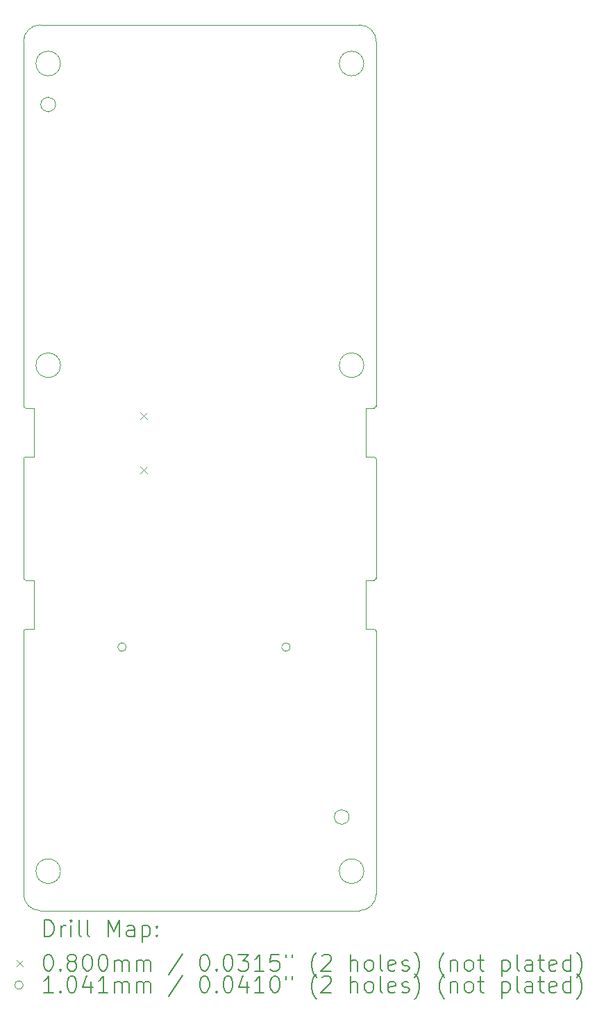
<source format=gbr>
%TF.GenerationSoftware,KiCad,Pcbnew,7.0.10*%
%TF.CreationDate,2024-02-24T15:32:43-05:00*%
%TF.ProjectId,Bird3Controller,42697264-3343-46f6-9e74-726f6c6c6572,rev?*%
%TF.SameCoordinates,Original*%
%TF.FileFunction,Drillmap*%
%TF.FilePolarity,Positive*%
%FSLAX45Y45*%
G04 Gerber Fmt 4.5, Leading zero omitted, Abs format (unit mm)*
G04 Created by KiCad (PCBNEW 7.0.10) date 2024-02-24 15:32:43*
%MOMM*%
%LPD*%
G01*
G04 APERTURE LIST*
%ADD10C,0.100000*%
%ADD11C,0.200000*%
%ADD12C,0.104140*%
G04 APERTURE END LIST*
D10*
X16050000Y-14800000D02*
X16050000Y-11595000D01*
X20350000Y-11595000D02*
G75*
G03*
X20325000Y-11570000I-25000J0D01*
G01*
X20325000Y-8870000D02*
X20220000Y-8870000D01*
X20220000Y-9470000D02*
X20325000Y-9470000D01*
X20350000Y-9495000D02*
G75*
G03*
X20325000Y-9470000I-25000J0D01*
G01*
X16500000Y-8350000D02*
G75*
G03*
X16200000Y-8350000I-150000J0D01*
G01*
X16200000Y-8350000D02*
G75*
G03*
X16500000Y-8350000I150000J0D01*
G01*
X20150000Y-4200000D02*
X16250000Y-4200000D01*
X20020000Y-13860000D02*
G75*
G03*
X19840000Y-13860000I-90000J0D01*
G01*
X19840000Y-13860000D02*
G75*
G03*
X20020000Y-13860000I90000J0D01*
G01*
X16250000Y-4200000D02*
G75*
G03*
X16050000Y-4400000I0J-200000D01*
G01*
X20220000Y-10970000D02*
X20220000Y-11570000D01*
X16050000Y-10945000D02*
X16050000Y-9495000D01*
X20350000Y-9495000D02*
X20350000Y-10945000D01*
X20325000Y-10970000D02*
G75*
G03*
X20350000Y-10945000I0J25000D01*
G01*
X16180000Y-9470000D02*
X16180000Y-8870000D01*
X20325000Y-10970000D02*
X20220000Y-10970000D01*
X16050000Y-8845000D02*
X16050000Y-4400000D01*
X20220000Y-8870000D02*
X20220000Y-9470000D01*
X20350000Y-4400000D02*
G75*
G03*
X20150000Y-4200000I-200000J0D01*
G01*
X16050000Y-8845000D02*
G75*
G03*
X16075000Y-8870000I25000J0D01*
G01*
X16180000Y-10970000D02*
X16075000Y-10970000D01*
X16075000Y-11570000D02*
G75*
G03*
X16050000Y-11595000I0J-25000D01*
G01*
X20325000Y-8870000D02*
G75*
G03*
X20350000Y-8845000I0J25000D01*
G01*
X20350000Y-4400000D02*
X20350000Y-8845000D01*
X20150000Y-15000000D02*
G75*
G03*
X20350000Y-14800000I0J200000D01*
G01*
X16500000Y-14520000D02*
G75*
G03*
X16200000Y-14520000I-150000J0D01*
G01*
X16200000Y-14520000D02*
G75*
G03*
X16500000Y-14520000I150000J0D01*
G01*
X16075000Y-9470000D02*
G75*
G03*
X16050000Y-9495000I0J-25000D01*
G01*
X20150000Y-15000000D02*
X16250000Y-15000000D01*
X16440000Y-5170000D02*
G75*
G03*
X16260000Y-5170000I-90000J0D01*
G01*
X16260000Y-5170000D02*
G75*
G03*
X16440000Y-5170000I90000J0D01*
G01*
X20350000Y-11595000D02*
X20350000Y-14800000D01*
X20220000Y-11570000D02*
X20325000Y-11570000D01*
X16050000Y-14800000D02*
G75*
G03*
X16250000Y-15000000I200000J0D01*
G01*
X16075000Y-9470000D02*
X16180000Y-9470000D01*
X20200000Y-4670000D02*
G75*
G03*
X19900000Y-4670000I-150000J0D01*
G01*
X19900000Y-4670000D02*
G75*
G03*
X20200000Y-4670000I150000J0D01*
G01*
X16075000Y-11570000D02*
X16180000Y-11570000D01*
X16050000Y-10945000D02*
G75*
G03*
X16075000Y-10970000I25000J0D01*
G01*
X20200000Y-14520000D02*
G75*
G03*
X19900000Y-14520000I-150000J0D01*
G01*
X19900000Y-14520000D02*
G75*
G03*
X20200000Y-14520000I150000J0D01*
G01*
X16180000Y-8870000D02*
X16075000Y-8870000D01*
X20200000Y-8350000D02*
G75*
G03*
X19900000Y-8350000I-150000J0D01*
G01*
X19900000Y-8350000D02*
G75*
G03*
X20200000Y-8350000I150000J0D01*
G01*
X16500000Y-4670000D02*
G75*
G03*
X16200000Y-4670000I-150000J0D01*
G01*
X16200000Y-4670000D02*
G75*
G03*
X16500000Y-4670000I150000J0D01*
G01*
X16180000Y-11570000D02*
X16180000Y-10970000D01*
D11*
D10*
X17476500Y-8929000D02*
X17556500Y-9009000D01*
X17556500Y-8929000D02*
X17476500Y-9009000D01*
X17476500Y-9589000D02*
X17556500Y-9669000D01*
X17556500Y-9589000D02*
X17476500Y-9669000D01*
D12*
X17302070Y-11787000D02*
G75*
G03*
X17197930Y-11787000I-52070J0D01*
G01*
X17197930Y-11787000D02*
G75*
G03*
X17302070Y-11787000I52070J0D01*
G01*
X19302070Y-11787000D02*
G75*
G03*
X19197930Y-11787000I-52070J0D01*
G01*
X19197930Y-11787000D02*
G75*
G03*
X19302070Y-11787000I52070J0D01*
G01*
D11*
X16305777Y-15316484D02*
X16305777Y-15116484D01*
X16305777Y-15116484D02*
X16353396Y-15116484D01*
X16353396Y-15116484D02*
X16381967Y-15126008D01*
X16381967Y-15126008D02*
X16401015Y-15145055D01*
X16401015Y-15145055D02*
X16410539Y-15164103D01*
X16410539Y-15164103D02*
X16420062Y-15202198D01*
X16420062Y-15202198D02*
X16420062Y-15230769D01*
X16420062Y-15230769D02*
X16410539Y-15268865D01*
X16410539Y-15268865D02*
X16401015Y-15287912D01*
X16401015Y-15287912D02*
X16381967Y-15306960D01*
X16381967Y-15306960D02*
X16353396Y-15316484D01*
X16353396Y-15316484D02*
X16305777Y-15316484D01*
X16505777Y-15316484D02*
X16505777Y-15183150D01*
X16505777Y-15221246D02*
X16515301Y-15202198D01*
X16515301Y-15202198D02*
X16524824Y-15192674D01*
X16524824Y-15192674D02*
X16543872Y-15183150D01*
X16543872Y-15183150D02*
X16562920Y-15183150D01*
X16629586Y-15316484D02*
X16629586Y-15183150D01*
X16629586Y-15116484D02*
X16620062Y-15126008D01*
X16620062Y-15126008D02*
X16629586Y-15135531D01*
X16629586Y-15135531D02*
X16639110Y-15126008D01*
X16639110Y-15126008D02*
X16629586Y-15116484D01*
X16629586Y-15116484D02*
X16629586Y-15135531D01*
X16753396Y-15316484D02*
X16734348Y-15306960D01*
X16734348Y-15306960D02*
X16724824Y-15287912D01*
X16724824Y-15287912D02*
X16724824Y-15116484D01*
X16858158Y-15316484D02*
X16839110Y-15306960D01*
X16839110Y-15306960D02*
X16829586Y-15287912D01*
X16829586Y-15287912D02*
X16829586Y-15116484D01*
X17086729Y-15316484D02*
X17086729Y-15116484D01*
X17086729Y-15116484D02*
X17153396Y-15259341D01*
X17153396Y-15259341D02*
X17220063Y-15116484D01*
X17220063Y-15116484D02*
X17220063Y-15316484D01*
X17401015Y-15316484D02*
X17401015Y-15211722D01*
X17401015Y-15211722D02*
X17391491Y-15192674D01*
X17391491Y-15192674D02*
X17372444Y-15183150D01*
X17372444Y-15183150D02*
X17334348Y-15183150D01*
X17334348Y-15183150D02*
X17315301Y-15192674D01*
X17401015Y-15306960D02*
X17381967Y-15316484D01*
X17381967Y-15316484D02*
X17334348Y-15316484D01*
X17334348Y-15316484D02*
X17315301Y-15306960D01*
X17315301Y-15306960D02*
X17305777Y-15287912D01*
X17305777Y-15287912D02*
X17305777Y-15268865D01*
X17305777Y-15268865D02*
X17315301Y-15249817D01*
X17315301Y-15249817D02*
X17334348Y-15240293D01*
X17334348Y-15240293D02*
X17381967Y-15240293D01*
X17381967Y-15240293D02*
X17401015Y-15230769D01*
X17496253Y-15183150D02*
X17496253Y-15383150D01*
X17496253Y-15192674D02*
X17515301Y-15183150D01*
X17515301Y-15183150D02*
X17553396Y-15183150D01*
X17553396Y-15183150D02*
X17572444Y-15192674D01*
X17572444Y-15192674D02*
X17581967Y-15202198D01*
X17581967Y-15202198D02*
X17591491Y-15221246D01*
X17591491Y-15221246D02*
X17591491Y-15278388D01*
X17591491Y-15278388D02*
X17581967Y-15297436D01*
X17581967Y-15297436D02*
X17572444Y-15306960D01*
X17572444Y-15306960D02*
X17553396Y-15316484D01*
X17553396Y-15316484D02*
X17515301Y-15316484D01*
X17515301Y-15316484D02*
X17496253Y-15306960D01*
X17677205Y-15297436D02*
X17686729Y-15306960D01*
X17686729Y-15306960D02*
X17677205Y-15316484D01*
X17677205Y-15316484D02*
X17667682Y-15306960D01*
X17667682Y-15306960D02*
X17677205Y-15297436D01*
X17677205Y-15297436D02*
X17677205Y-15316484D01*
X17677205Y-15192674D02*
X17686729Y-15202198D01*
X17686729Y-15202198D02*
X17677205Y-15211722D01*
X17677205Y-15211722D02*
X17667682Y-15202198D01*
X17667682Y-15202198D02*
X17677205Y-15192674D01*
X17677205Y-15192674D02*
X17677205Y-15211722D01*
D10*
X15965000Y-15605000D02*
X16045000Y-15685000D01*
X16045000Y-15605000D02*
X15965000Y-15685000D01*
D11*
X16343872Y-15536484D02*
X16362920Y-15536484D01*
X16362920Y-15536484D02*
X16381967Y-15546008D01*
X16381967Y-15546008D02*
X16391491Y-15555531D01*
X16391491Y-15555531D02*
X16401015Y-15574579D01*
X16401015Y-15574579D02*
X16410539Y-15612674D01*
X16410539Y-15612674D02*
X16410539Y-15660293D01*
X16410539Y-15660293D02*
X16401015Y-15698388D01*
X16401015Y-15698388D02*
X16391491Y-15717436D01*
X16391491Y-15717436D02*
X16381967Y-15726960D01*
X16381967Y-15726960D02*
X16362920Y-15736484D01*
X16362920Y-15736484D02*
X16343872Y-15736484D01*
X16343872Y-15736484D02*
X16324824Y-15726960D01*
X16324824Y-15726960D02*
X16315301Y-15717436D01*
X16315301Y-15717436D02*
X16305777Y-15698388D01*
X16305777Y-15698388D02*
X16296253Y-15660293D01*
X16296253Y-15660293D02*
X16296253Y-15612674D01*
X16296253Y-15612674D02*
X16305777Y-15574579D01*
X16305777Y-15574579D02*
X16315301Y-15555531D01*
X16315301Y-15555531D02*
X16324824Y-15546008D01*
X16324824Y-15546008D02*
X16343872Y-15536484D01*
X16496253Y-15717436D02*
X16505777Y-15726960D01*
X16505777Y-15726960D02*
X16496253Y-15736484D01*
X16496253Y-15736484D02*
X16486729Y-15726960D01*
X16486729Y-15726960D02*
X16496253Y-15717436D01*
X16496253Y-15717436D02*
X16496253Y-15736484D01*
X16620062Y-15622198D02*
X16601015Y-15612674D01*
X16601015Y-15612674D02*
X16591491Y-15603150D01*
X16591491Y-15603150D02*
X16581967Y-15584103D01*
X16581967Y-15584103D02*
X16581967Y-15574579D01*
X16581967Y-15574579D02*
X16591491Y-15555531D01*
X16591491Y-15555531D02*
X16601015Y-15546008D01*
X16601015Y-15546008D02*
X16620062Y-15536484D01*
X16620062Y-15536484D02*
X16658158Y-15536484D01*
X16658158Y-15536484D02*
X16677205Y-15546008D01*
X16677205Y-15546008D02*
X16686729Y-15555531D01*
X16686729Y-15555531D02*
X16696253Y-15574579D01*
X16696253Y-15574579D02*
X16696253Y-15584103D01*
X16696253Y-15584103D02*
X16686729Y-15603150D01*
X16686729Y-15603150D02*
X16677205Y-15612674D01*
X16677205Y-15612674D02*
X16658158Y-15622198D01*
X16658158Y-15622198D02*
X16620062Y-15622198D01*
X16620062Y-15622198D02*
X16601015Y-15631722D01*
X16601015Y-15631722D02*
X16591491Y-15641246D01*
X16591491Y-15641246D02*
X16581967Y-15660293D01*
X16581967Y-15660293D02*
X16581967Y-15698388D01*
X16581967Y-15698388D02*
X16591491Y-15717436D01*
X16591491Y-15717436D02*
X16601015Y-15726960D01*
X16601015Y-15726960D02*
X16620062Y-15736484D01*
X16620062Y-15736484D02*
X16658158Y-15736484D01*
X16658158Y-15736484D02*
X16677205Y-15726960D01*
X16677205Y-15726960D02*
X16686729Y-15717436D01*
X16686729Y-15717436D02*
X16696253Y-15698388D01*
X16696253Y-15698388D02*
X16696253Y-15660293D01*
X16696253Y-15660293D02*
X16686729Y-15641246D01*
X16686729Y-15641246D02*
X16677205Y-15631722D01*
X16677205Y-15631722D02*
X16658158Y-15622198D01*
X16820063Y-15536484D02*
X16839110Y-15536484D01*
X16839110Y-15536484D02*
X16858158Y-15546008D01*
X16858158Y-15546008D02*
X16867682Y-15555531D01*
X16867682Y-15555531D02*
X16877205Y-15574579D01*
X16877205Y-15574579D02*
X16886729Y-15612674D01*
X16886729Y-15612674D02*
X16886729Y-15660293D01*
X16886729Y-15660293D02*
X16877205Y-15698388D01*
X16877205Y-15698388D02*
X16867682Y-15717436D01*
X16867682Y-15717436D02*
X16858158Y-15726960D01*
X16858158Y-15726960D02*
X16839110Y-15736484D01*
X16839110Y-15736484D02*
X16820063Y-15736484D01*
X16820063Y-15736484D02*
X16801015Y-15726960D01*
X16801015Y-15726960D02*
X16791491Y-15717436D01*
X16791491Y-15717436D02*
X16781967Y-15698388D01*
X16781967Y-15698388D02*
X16772443Y-15660293D01*
X16772443Y-15660293D02*
X16772443Y-15612674D01*
X16772443Y-15612674D02*
X16781967Y-15574579D01*
X16781967Y-15574579D02*
X16791491Y-15555531D01*
X16791491Y-15555531D02*
X16801015Y-15546008D01*
X16801015Y-15546008D02*
X16820063Y-15536484D01*
X17010539Y-15536484D02*
X17029586Y-15536484D01*
X17029586Y-15536484D02*
X17048634Y-15546008D01*
X17048634Y-15546008D02*
X17058158Y-15555531D01*
X17058158Y-15555531D02*
X17067682Y-15574579D01*
X17067682Y-15574579D02*
X17077205Y-15612674D01*
X17077205Y-15612674D02*
X17077205Y-15660293D01*
X17077205Y-15660293D02*
X17067682Y-15698388D01*
X17067682Y-15698388D02*
X17058158Y-15717436D01*
X17058158Y-15717436D02*
X17048634Y-15726960D01*
X17048634Y-15726960D02*
X17029586Y-15736484D01*
X17029586Y-15736484D02*
X17010539Y-15736484D01*
X17010539Y-15736484D02*
X16991491Y-15726960D01*
X16991491Y-15726960D02*
X16981967Y-15717436D01*
X16981967Y-15717436D02*
X16972444Y-15698388D01*
X16972444Y-15698388D02*
X16962920Y-15660293D01*
X16962920Y-15660293D02*
X16962920Y-15612674D01*
X16962920Y-15612674D02*
X16972444Y-15574579D01*
X16972444Y-15574579D02*
X16981967Y-15555531D01*
X16981967Y-15555531D02*
X16991491Y-15546008D01*
X16991491Y-15546008D02*
X17010539Y-15536484D01*
X17162920Y-15736484D02*
X17162920Y-15603150D01*
X17162920Y-15622198D02*
X17172444Y-15612674D01*
X17172444Y-15612674D02*
X17191491Y-15603150D01*
X17191491Y-15603150D02*
X17220063Y-15603150D01*
X17220063Y-15603150D02*
X17239110Y-15612674D01*
X17239110Y-15612674D02*
X17248634Y-15631722D01*
X17248634Y-15631722D02*
X17248634Y-15736484D01*
X17248634Y-15631722D02*
X17258158Y-15612674D01*
X17258158Y-15612674D02*
X17277205Y-15603150D01*
X17277205Y-15603150D02*
X17305777Y-15603150D01*
X17305777Y-15603150D02*
X17324825Y-15612674D01*
X17324825Y-15612674D02*
X17334348Y-15631722D01*
X17334348Y-15631722D02*
X17334348Y-15736484D01*
X17429586Y-15736484D02*
X17429586Y-15603150D01*
X17429586Y-15622198D02*
X17439110Y-15612674D01*
X17439110Y-15612674D02*
X17458158Y-15603150D01*
X17458158Y-15603150D02*
X17486729Y-15603150D01*
X17486729Y-15603150D02*
X17505777Y-15612674D01*
X17505777Y-15612674D02*
X17515301Y-15631722D01*
X17515301Y-15631722D02*
X17515301Y-15736484D01*
X17515301Y-15631722D02*
X17524825Y-15612674D01*
X17524825Y-15612674D02*
X17543872Y-15603150D01*
X17543872Y-15603150D02*
X17572444Y-15603150D01*
X17572444Y-15603150D02*
X17591491Y-15612674D01*
X17591491Y-15612674D02*
X17601015Y-15631722D01*
X17601015Y-15631722D02*
X17601015Y-15736484D01*
X17991491Y-15526960D02*
X17820063Y-15784103D01*
X18248634Y-15536484D02*
X18267682Y-15536484D01*
X18267682Y-15536484D02*
X18286729Y-15546008D01*
X18286729Y-15546008D02*
X18296253Y-15555531D01*
X18296253Y-15555531D02*
X18305777Y-15574579D01*
X18305777Y-15574579D02*
X18315301Y-15612674D01*
X18315301Y-15612674D02*
X18315301Y-15660293D01*
X18315301Y-15660293D02*
X18305777Y-15698388D01*
X18305777Y-15698388D02*
X18296253Y-15717436D01*
X18296253Y-15717436D02*
X18286729Y-15726960D01*
X18286729Y-15726960D02*
X18267682Y-15736484D01*
X18267682Y-15736484D02*
X18248634Y-15736484D01*
X18248634Y-15736484D02*
X18229587Y-15726960D01*
X18229587Y-15726960D02*
X18220063Y-15717436D01*
X18220063Y-15717436D02*
X18210539Y-15698388D01*
X18210539Y-15698388D02*
X18201015Y-15660293D01*
X18201015Y-15660293D02*
X18201015Y-15612674D01*
X18201015Y-15612674D02*
X18210539Y-15574579D01*
X18210539Y-15574579D02*
X18220063Y-15555531D01*
X18220063Y-15555531D02*
X18229587Y-15546008D01*
X18229587Y-15546008D02*
X18248634Y-15536484D01*
X18401015Y-15717436D02*
X18410539Y-15726960D01*
X18410539Y-15726960D02*
X18401015Y-15736484D01*
X18401015Y-15736484D02*
X18391491Y-15726960D01*
X18391491Y-15726960D02*
X18401015Y-15717436D01*
X18401015Y-15717436D02*
X18401015Y-15736484D01*
X18534348Y-15536484D02*
X18553396Y-15536484D01*
X18553396Y-15536484D02*
X18572444Y-15546008D01*
X18572444Y-15546008D02*
X18581968Y-15555531D01*
X18581968Y-15555531D02*
X18591491Y-15574579D01*
X18591491Y-15574579D02*
X18601015Y-15612674D01*
X18601015Y-15612674D02*
X18601015Y-15660293D01*
X18601015Y-15660293D02*
X18591491Y-15698388D01*
X18591491Y-15698388D02*
X18581968Y-15717436D01*
X18581968Y-15717436D02*
X18572444Y-15726960D01*
X18572444Y-15726960D02*
X18553396Y-15736484D01*
X18553396Y-15736484D02*
X18534348Y-15736484D01*
X18534348Y-15736484D02*
X18515301Y-15726960D01*
X18515301Y-15726960D02*
X18505777Y-15717436D01*
X18505777Y-15717436D02*
X18496253Y-15698388D01*
X18496253Y-15698388D02*
X18486729Y-15660293D01*
X18486729Y-15660293D02*
X18486729Y-15612674D01*
X18486729Y-15612674D02*
X18496253Y-15574579D01*
X18496253Y-15574579D02*
X18505777Y-15555531D01*
X18505777Y-15555531D02*
X18515301Y-15546008D01*
X18515301Y-15546008D02*
X18534348Y-15536484D01*
X18667682Y-15536484D02*
X18791491Y-15536484D01*
X18791491Y-15536484D02*
X18724825Y-15612674D01*
X18724825Y-15612674D02*
X18753396Y-15612674D01*
X18753396Y-15612674D02*
X18772444Y-15622198D01*
X18772444Y-15622198D02*
X18781968Y-15631722D01*
X18781968Y-15631722D02*
X18791491Y-15650769D01*
X18791491Y-15650769D02*
X18791491Y-15698388D01*
X18791491Y-15698388D02*
X18781968Y-15717436D01*
X18781968Y-15717436D02*
X18772444Y-15726960D01*
X18772444Y-15726960D02*
X18753396Y-15736484D01*
X18753396Y-15736484D02*
X18696253Y-15736484D01*
X18696253Y-15736484D02*
X18677206Y-15726960D01*
X18677206Y-15726960D02*
X18667682Y-15717436D01*
X18981968Y-15736484D02*
X18867682Y-15736484D01*
X18924825Y-15736484D02*
X18924825Y-15536484D01*
X18924825Y-15536484D02*
X18905777Y-15565055D01*
X18905777Y-15565055D02*
X18886729Y-15584103D01*
X18886729Y-15584103D02*
X18867682Y-15593627D01*
X19162920Y-15536484D02*
X19067682Y-15536484D01*
X19067682Y-15536484D02*
X19058158Y-15631722D01*
X19058158Y-15631722D02*
X19067682Y-15622198D01*
X19067682Y-15622198D02*
X19086729Y-15612674D01*
X19086729Y-15612674D02*
X19134349Y-15612674D01*
X19134349Y-15612674D02*
X19153396Y-15622198D01*
X19153396Y-15622198D02*
X19162920Y-15631722D01*
X19162920Y-15631722D02*
X19172444Y-15650769D01*
X19172444Y-15650769D02*
X19172444Y-15698388D01*
X19172444Y-15698388D02*
X19162920Y-15717436D01*
X19162920Y-15717436D02*
X19153396Y-15726960D01*
X19153396Y-15726960D02*
X19134349Y-15736484D01*
X19134349Y-15736484D02*
X19086729Y-15736484D01*
X19086729Y-15736484D02*
X19067682Y-15726960D01*
X19067682Y-15726960D02*
X19058158Y-15717436D01*
X19248634Y-15536484D02*
X19248634Y-15574579D01*
X19324825Y-15536484D02*
X19324825Y-15574579D01*
X19620063Y-15812674D02*
X19610539Y-15803150D01*
X19610539Y-15803150D02*
X19591491Y-15774579D01*
X19591491Y-15774579D02*
X19581968Y-15755531D01*
X19581968Y-15755531D02*
X19572444Y-15726960D01*
X19572444Y-15726960D02*
X19562920Y-15679341D01*
X19562920Y-15679341D02*
X19562920Y-15641246D01*
X19562920Y-15641246D02*
X19572444Y-15593627D01*
X19572444Y-15593627D02*
X19581968Y-15565055D01*
X19581968Y-15565055D02*
X19591491Y-15546008D01*
X19591491Y-15546008D02*
X19610539Y-15517436D01*
X19610539Y-15517436D02*
X19620063Y-15507912D01*
X19686730Y-15555531D02*
X19696253Y-15546008D01*
X19696253Y-15546008D02*
X19715301Y-15536484D01*
X19715301Y-15536484D02*
X19762920Y-15536484D01*
X19762920Y-15536484D02*
X19781968Y-15546008D01*
X19781968Y-15546008D02*
X19791491Y-15555531D01*
X19791491Y-15555531D02*
X19801015Y-15574579D01*
X19801015Y-15574579D02*
X19801015Y-15593627D01*
X19801015Y-15593627D02*
X19791491Y-15622198D01*
X19791491Y-15622198D02*
X19677206Y-15736484D01*
X19677206Y-15736484D02*
X19801015Y-15736484D01*
X20039111Y-15736484D02*
X20039111Y-15536484D01*
X20124825Y-15736484D02*
X20124825Y-15631722D01*
X20124825Y-15631722D02*
X20115301Y-15612674D01*
X20115301Y-15612674D02*
X20096253Y-15603150D01*
X20096253Y-15603150D02*
X20067682Y-15603150D01*
X20067682Y-15603150D02*
X20048634Y-15612674D01*
X20048634Y-15612674D02*
X20039111Y-15622198D01*
X20248634Y-15736484D02*
X20229587Y-15726960D01*
X20229587Y-15726960D02*
X20220063Y-15717436D01*
X20220063Y-15717436D02*
X20210539Y-15698388D01*
X20210539Y-15698388D02*
X20210539Y-15641246D01*
X20210539Y-15641246D02*
X20220063Y-15622198D01*
X20220063Y-15622198D02*
X20229587Y-15612674D01*
X20229587Y-15612674D02*
X20248634Y-15603150D01*
X20248634Y-15603150D02*
X20277206Y-15603150D01*
X20277206Y-15603150D02*
X20296253Y-15612674D01*
X20296253Y-15612674D02*
X20305777Y-15622198D01*
X20305777Y-15622198D02*
X20315301Y-15641246D01*
X20315301Y-15641246D02*
X20315301Y-15698388D01*
X20315301Y-15698388D02*
X20305777Y-15717436D01*
X20305777Y-15717436D02*
X20296253Y-15726960D01*
X20296253Y-15726960D02*
X20277206Y-15736484D01*
X20277206Y-15736484D02*
X20248634Y-15736484D01*
X20429587Y-15736484D02*
X20410539Y-15726960D01*
X20410539Y-15726960D02*
X20401015Y-15707912D01*
X20401015Y-15707912D02*
X20401015Y-15536484D01*
X20581968Y-15726960D02*
X20562920Y-15736484D01*
X20562920Y-15736484D02*
X20524825Y-15736484D01*
X20524825Y-15736484D02*
X20505777Y-15726960D01*
X20505777Y-15726960D02*
X20496253Y-15707912D01*
X20496253Y-15707912D02*
X20496253Y-15631722D01*
X20496253Y-15631722D02*
X20505777Y-15612674D01*
X20505777Y-15612674D02*
X20524825Y-15603150D01*
X20524825Y-15603150D02*
X20562920Y-15603150D01*
X20562920Y-15603150D02*
X20581968Y-15612674D01*
X20581968Y-15612674D02*
X20591492Y-15631722D01*
X20591492Y-15631722D02*
X20591492Y-15650769D01*
X20591492Y-15650769D02*
X20496253Y-15669817D01*
X20667682Y-15726960D02*
X20686730Y-15736484D01*
X20686730Y-15736484D02*
X20724825Y-15736484D01*
X20724825Y-15736484D02*
X20743873Y-15726960D01*
X20743873Y-15726960D02*
X20753396Y-15707912D01*
X20753396Y-15707912D02*
X20753396Y-15698388D01*
X20753396Y-15698388D02*
X20743873Y-15679341D01*
X20743873Y-15679341D02*
X20724825Y-15669817D01*
X20724825Y-15669817D02*
X20696253Y-15669817D01*
X20696253Y-15669817D02*
X20677206Y-15660293D01*
X20677206Y-15660293D02*
X20667682Y-15641246D01*
X20667682Y-15641246D02*
X20667682Y-15631722D01*
X20667682Y-15631722D02*
X20677206Y-15612674D01*
X20677206Y-15612674D02*
X20696253Y-15603150D01*
X20696253Y-15603150D02*
X20724825Y-15603150D01*
X20724825Y-15603150D02*
X20743873Y-15612674D01*
X20820063Y-15812674D02*
X20829587Y-15803150D01*
X20829587Y-15803150D02*
X20848634Y-15774579D01*
X20848634Y-15774579D02*
X20858158Y-15755531D01*
X20858158Y-15755531D02*
X20867682Y-15726960D01*
X20867682Y-15726960D02*
X20877206Y-15679341D01*
X20877206Y-15679341D02*
X20877206Y-15641246D01*
X20877206Y-15641246D02*
X20867682Y-15593627D01*
X20867682Y-15593627D02*
X20858158Y-15565055D01*
X20858158Y-15565055D02*
X20848634Y-15546008D01*
X20848634Y-15546008D02*
X20829587Y-15517436D01*
X20829587Y-15517436D02*
X20820063Y-15507912D01*
X21181968Y-15812674D02*
X21172444Y-15803150D01*
X21172444Y-15803150D02*
X21153396Y-15774579D01*
X21153396Y-15774579D02*
X21143873Y-15755531D01*
X21143873Y-15755531D02*
X21134349Y-15726960D01*
X21134349Y-15726960D02*
X21124825Y-15679341D01*
X21124825Y-15679341D02*
X21124825Y-15641246D01*
X21124825Y-15641246D02*
X21134349Y-15593627D01*
X21134349Y-15593627D02*
X21143873Y-15565055D01*
X21143873Y-15565055D02*
X21153396Y-15546008D01*
X21153396Y-15546008D02*
X21172444Y-15517436D01*
X21172444Y-15517436D02*
X21181968Y-15507912D01*
X21258158Y-15603150D02*
X21258158Y-15736484D01*
X21258158Y-15622198D02*
X21267682Y-15612674D01*
X21267682Y-15612674D02*
X21286730Y-15603150D01*
X21286730Y-15603150D02*
X21315301Y-15603150D01*
X21315301Y-15603150D02*
X21334349Y-15612674D01*
X21334349Y-15612674D02*
X21343873Y-15631722D01*
X21343873Y-15631722D02*
X21343873Y-15736484D01*
X21467682Y-15736484D02*
X21448634Y-15726960D01*
X21448634Y-15726960D02*
X21439111Y-15717436D01*
X21439111Y-15717436D02*
X21429587Y-15698388D01*
X21429587Y-15698388D02*
X21429587Y-15641246D01*
X21429587Y-15641246D02*
X21439111Y-15622198D01*
X21439111Y-15622198D02*
X21448634Y-15612674D01*
X21448634Y-15612674D02*
X21467682Y-15603150D01*
X21467682Y-15603150D02*
X21496254Y-15603150D01*
X21496254Y-15603150D02*
X21515301Y-15612674D01*
X21515301Y-15612674D02*
X21524825Y-15622198D01*
X21524825Y-15622198D02*
X21534349Y-15641246D01*
X21534349Y-15641246D02*
X21534349Y-15698388D01*
X21534349Y-15698388D02*
X21524825Y-15717436D01*
X21524825Y-15717436D02*
X21515301Y-15726960D01*
X21515301Y-15726960D02*
X21496254Y-15736484D01*
X21496254Y-15736484D02*
X21467682Y-15736484D01*
X21591492Y-15603150D02*
X21667682Y-15603150D01*
X21620063Y-15536484D02*
X21620063Y-15707912D01*
X21620063Y-15707912D02*
X21629587Y-15726960D01*
X21629587Y-15726960D02*
X21648634Y-15736484D01*
X21648634Y-15736484D02*
X21667682Y-15736484D01*
X21886730Y-15603150D02*
X21886730Y-15803150D01*
X21886730Y-15612674D02*
X21905777Y-15603150D01*
X21905777Y-15603150D02*
X21943873Y-15603150D01*
X21943873Y-15603150D02*
X21962920Y-15612674D01*
X21962920Y-15612674D02*
X21972444Y-15622198D01*
X21972444Y-15622198D02*
X21981968Y-15641246D01*
X21981968Y-15641246D02*
X21981968Y-15698388D01*
X21981968Y-15698388D02*
X21972444Y-15717436D01*
X21972444Y-15717436D02*
X21962920Y-15726960D01*
X21962920Y-15726960D02*
X21943873Y-15736484D01*
X21943873Y-15736484D02*
X21905777Y-15736484D01*
X21905777Y-15736484D02*
X21886730Y-15726960D01*
X22096254Y-15736484D02*
X22077206Y-15726960D01*
X22077206Y-15726960D02*
X22067682Y-15707912D01*
X22067682Y-15707912D02*
X22067682Y-15536484D01*
X22258158Y-15736484D02*
X22258158Y-15631722D01*
X22258158Y-15631722D02*
X22248635Y-15612674D01*
X22248635Y-15612674D02*
X22229587Y-15603150D01*
X22229587Y-15603150D02*
X22191492Y-15603150D01*
X22191492Y-15603150D02*
X22172444Y-15612674D01*
X22258158Y-15726960D02*
X22239111Y-15736484D01*
X22239111Y-15736484D02*
X22191492Y-15736484D01*
X22191492Y-15736484D02*
X22172444Y-15726960D01*
X22172444Y-15726960D02*
X22162920Y-15707912D01*
X22162920Y-15707912D02*
X22162920Y-15688865D01*
X22162920Y-15688865D02*
X22172444Y-15669817D01*
X22172444Y-15669817D02*
X22191492Y-15660293D01*
X22191492Y-15660293D02*
X22239111Y-15660293D01*
X22239111Y-15660293D02*
X22258158Y-15650769D01*
X22324825Y-15603150D02*
X22401015Y-15603150D01*
X22353396Y-15536484D02*
X22353396Y-15707912D01*
X22353396Y-15707912D02*
X22362920Y-15726960D01*
X22362920Y-15726960D02*
X22381968Y-15736484D01*
X22381968Y-15736484D02*
X22401015Y-15736484D01*
X22543873Y-15726960D02*
X22524825Y-15736484D01*
X22524825Y-15736484D02*
X22486730Y-15736484D01*
X22486730Y-15736484D02*
X22467682Y-15726960D01*
X22467682Y-15726960D02*
X22458158Y-15707912D01*
X22458158Y-15707912D02*
X22458158Y-15631722D01*
X22458158Y-15631722D02*
X22467682Y-15612674D01*
X22467682Y-15612674D02*
X22486730Y-15603150D01*
X22486730Y-15603150D02*
X22524825Y-15603150D01*
X22524825Y-15603150D02*
X22543873Y-15612674D01*
X22543873Y-15612674D02*
X22553396Y-15631722D01*
X22553396Y-15631722D02*
X22553396Y-15650769D01*
X22553396Y-15650769D02*
X22458158Y-15669817D01*
X22724825Y-15736484D02*
X22724825Y-15536484D01*
X22724825Y-15726960D02*
X22705777Y-15736484D01*
X22705777Y-15736484D02*
X22667682Y-15736484D01*
X22667682Y-15736484D02*
X22648634Y-15726960D01*
X22648634Y-15726960D02*
X22639111Y-15717436D01*
X22639111Y-15717436D02*
X22629587Y-15698388D01*
X22629587Y-15698388D02*
X22629587Y-15641246D01*
X22629587Y-15641246D02*
X22639111Y-15622198D01*
X22639111Y-15622198D02*
X22648634Y-15612674D01*
X22648634Y-15612674D02*
X22667682Y-15603150D01*
X22667682Y-15603150D02*
X22705777Y-15603150D01*
X22705777Y-15603150D02*
X22724825Y-15612674D01*
X22801015Y-15812674D02*
X22810539Y-15803150D01*
X22810539Y-15803150D02*
X22829587Y-15774579D01*
X22829587Y-15774579D02*
X22839111Y-15755531D01*
X22839111Y-15755531D02*
X22848634Y-15726960D01*
X22848634Y-15726960D02*
X22858158Y-15679341D01*
X22858158Y-15679341D02*
X22858158Y-15641246D01*
X22858158Y-15641246D02*
X22848634Y-15593627D01*
X22848634Y-15593627D02*
X22839111Y-15565055D01*
X22839111Y-15565055D02*
X22829587Y-15546008D01*
X22829587Y-15546008D02*
X22810539Y-15517436D01*
X22810539Y-15517436D02*
X22801015Y-15507912D01*
D12*
X16045000Y-15909000D02*
G75*
G03*
X15940860Y-15909000I-52070J0D01*
G01*
X15940860Y-15909000D02*
G75*
G03*
X16045000Y-15909000I52070J0D01*
G01*
D11*
X16410539Y-16000484D02*
X16296253Y-16000484D01*
X16353396Y-16000484D02*
X16353396Y-15800484D01*
X16353396Y-15800484D02*
X16334348Y-15829055D01*
X16334348Y-15829055D02*
X16315301Y-15848103D01*
X16315301Y-15848103D02*
X16296253Y-15857627D01*
X16496253Y-15981436D02*
X16505777Y-15990960D01*
X16505777Y-15990960D02*
X16496253Y-16000484D01*
X16496253Y-16000484D02*
X16486729Y-15990960D01*
X16486729Y-15990960D02*
X16496253Y-15981436D01*
X16496253Y-15981436D02*
X16496253Y-16000484D01*
X16629586Y-15800484D02*
X16648634Y-15800484D01*
X16648634Y-15800484D02*
X16667682Y-15810008D01*
X16667682Y-15810008D02*
X16677205Y-15819531D01*
X16677205Y-15819531D02*
X16686729Y-15838579D01*
X16686729Y-15838579D02*
X16696253Y-15876674D01*
X16696253Y-15876674D02*
X16696253Y-15924293D01*
X16696253Y-15924293D02*
X16686729Y-15962388D01*
X16686729Y-15962388D02*
X16677205Y-15981436D01*
X16677205Y-15981436D02*
X16667682Y-15990960D01*
X16667682Y-15990960D02*
X16648634Y-16000484D01*
X16648634Y-16000484D02*
X16629586Y-16000484D01*
X16629586Y-16000484D02*
X16610539Y-15990960D01*
X16610539Y-15990960D02*
X16601015Y-15981436D01*
X16601015Y-15981436D02*
X16591491Y-15962388D01*
X16591491Y-15962388D02*
X16581967Y-15924293D01*
X16581967Y-15924293D02*
X16581967Y-15876674D01*
X16581967Y-15876674D02*
X16591491Y-15838579D01*
X16591491Y-15838579D02*
X16601015Y-15819531D01*
X16601015Y-15819531D02*
X16610539Y-15810008D01*
X16610539Y-15810008D02*
X16629586Y-15800484D01*
X16867682Y-15867150D02*
X16867682Y-16000484D01*
X16820063Y-15790960D02*
X16772443Y-15933817D01*
X16772443Y-15933817D02*
X16896253Y-15933817D01*
X17077205Y-16000484D02*
X16962920Y-16000484D01*
X17020063Y-16000484D02*
X17020063Y-15800484D01*
X17020063Y-15800484D02*
X17001015Y-15829055D01*
X17001015Y-15829055D02*
X16981967Y-15848103D01*
X16981967Y-15848103D02*
X16962920Y-15857627D01*
X17162920Y-16000484D02*
X17162920Y-15867150D01*
X17162920Y-15886198D02*
X17172444Y-15876674D01*
X17172444Y-15876674D02*
X17191491Y-15867150D01*
X17191491Y-15867150D02*
X17220063Y-15867150D01*
X17220063Y-15867150D02*
X17239110Y-15876674D01*
X17239110Y-15876674D02*
X17248634Y-15895722D01*
X17248634Y-15895722D02*
X17248634Y-16000484D01*
X17248634Y-15895722D02*
X17258158Y-15876674D01*
X17258158Y-15876674D02*
X17277205Y-15867150D01*
X17277205Y-15867150D02*
X17305777Y-15867150D01*
X17305777Y-15867150D02*
X17324825Y-15876674D01*
X17324825Y-15876674D02*
X17334348Y-15895722D01*
X17334348Y-15895722D02*
X17334348Y-16000484D01*
X17429586Y-16000484D02*
X17429586Y-15867150D01*
X17429586Y-15886198D02*
X17439110Y-15876674D01*
X17439110Y-15876674D02*
X17458158Y-15867150D01*
X17458158Y-15867150D02*
X17486729Y-15867150D01*
X17486729Y-15867150D02*
X17505777Y-15876674D01*
X17505777Y-15876674D02*
X17515301Y-15895722D01*
X17515301Y-15895722D02*
X17515301Y-16000484D01*
X17515301Y-15895722D02*
X17524825Y-15876674D01*
X17524825Y-15876674D02*
X17543872Y-15867150D01*
X17543872Y-15867150D02*
X17572444Y-15867150D01*
X17572444Y-15867150D02*
X17591491Y-15876674D01*
X17591491Y-15876674D02*
X17601015Y-15895722D01*
X17601015Y-15895722D02*
X17601015Y-16000484D01*
X17991491Y-15790960D02*
X17820063Y-16048103D01*
X18248634Y-15800484D02*
X18267682Y-15800484D01*
X18267682Y-15800484D02*
X18286729Y-15810008D01*
X18286729Y-15810008D02*
X18296253Y-15819531D01*
X18296253Y-15819531D02*
X18305777Y-15838579D01*
X18305777Y-15838579D02*
X18315301Y-15876674D01*
X18315301Y-15876674D02*
X18315301Y-15924293D01*
X18315301Y-15924293D02*
X18305777Y-15962388D01*
X18305777Y-15962388D02*
X18296253Y-15981436D01*
X18296253Y-15981436D02*
X18286729Y-15990960D01*
X18286729Y-15990960D02*
X18267682Y-16000484D01*
X18267682Y-16000484D02*
X18248634Y-16000484D01*
X18248634Y-16000484D02*
X18229587Y-15990960D01*
X18229587Y-15990960D02*
X18220063Y-15981436D01*
X18220063Y-15981436D02*
X18210539Y-15962388D01*
X18210539Y-15962388D02*
X18201015Y-15924293D01*
X18201015Y-15924293D02*
X18201015Y-15876674D01*
X18201015Y-15876674D02*
X18210539Y-15838579D01*
X18210539Y-15838579D02*
X18220063Y-15819531D01*
X18220063Y-15819531D02*
X18229587Y-15810008D01*
X18229587Y-15810008D02*
X18248634Y-15800484D01*
X18401015Y-15981436D02*
X18410539Y-15990960D01*
X18410539Y-15990960D02*
X18401015Y-16000484D01*
X18401015Y-16000484D02*
X18391491Y-15990960D01*
X18391491Y-15990960D02*
X18401015Y-15981436D01*
X18401015Y-15981436D02*
X18401015Y-16000484D01*
X18534348Y-15800484D02*
X18553396Y-15800484D01*
X18553396Y-15800484D02*
X18572444Y-15810008D01*
X18572444Y-15810008D02*
X18581968Y-15819531D01*
X18581968Y-15819531D02*
X18591491Y-15838579D01*
X18591491Y-15838579D02*
X18601015Y-15876674D01*
X18601015Y-15876674D02*
X18601015Y-15924293D01*
X18601015Y-15924293D02*
X18591491Y-15962388D01*
X18591491Y-15962388D02*
X18581968Y-15981436D01*
X18581968Y-15981436D02*
X18572444Y-15990960D01*
X18572444Y-15990960D02*
X18553396Y-16000484D01*
X18553396Y-16000484D02*
X18534348Y-16000484D01*
X18534348Y-16000484D02*
X18515301Y-15990960D01*
X18515301Y-15990960D02*
X18505777Y-15981436D01*
X18505777Y-15981436D02*
X18496253Y-15962388D01*
X18496253Y-15962388D02*
X18486729Y-15924293D01*
X18486729Y-15924293D02*
X18486729Y-15876674D01*
X18486729Y-15876674D02*
X18496253Y-15838579D01*
X18496253Y-15838579D02*
X18505777Y-15819531D01*
X18505777Y-15819531D02*
X18515301Y-15810008D01*
X18515301Y-15810008D02*
X18534348Y-15800484D01*
X18772444Y-15867150D02*
X18772444Y-16000484D01*
X18724825Y-15790960D02*
X18677206Y-15933817D01*
X18677206Y-15933817D02*
X18801015Y-15933817D01*
X18981968Y-16000484D02*
X18867682Y-16000484D01*
X18924825Y-16000484D02*
X18924825Y-15800484D01*
X18924825Y-15800484D02*
X18905777Y-15829055D01*
X18905777Y-15829055D02*
X18886729Y-15848103D01*
X18886729Y-15848103D02*
X18867682Y-15857627D01*
X19105777Y-15800484D02*
X19124825Y-15800484D01*
X19124825Y-15800484D02*
X19143872Y-15810008D01*
X19143872Y-15810008D02*
X19153396Y-15819531D01*
X19153396Y-15819531D02*
X19162920Y-15838579D01*
X19162920Y-15838579D02*
X19172444Y-15876674D01*
X19172444Y-15876674D02*
X19172444Y-15924293D01*
X19172444Y-15924293D02*
X19162920Y-15962388D01*
X19162920Y-15962388D02*
X19153396Y-15981436D01*
X19153396Y-15981436D02*
X19143872Y-15990960D01*
X19143872Y-15990960D02*
X19124825Y-16000484D01*
X19124825Y-16000484D02*
X19105777Y-16000484D01*
X19105777Y-16000484D02*
X19086729Y-15990960D01*
X19086729Y-15990960D02*
X19077206Y-15981436D01*
X19077206Y-15981436D02*
X19067682Y-15962388D01*
X19067682Y-15962388D02*
X19058158Y-15924293D01*
X19058158Y-15924293D02*
X19058158Y-15876674D01*
X19058158Y-15876674D02*
X19067682Y-15838579D01*
X19067682Y-15838579D02*
X19077206Y-15819531D01*
X19077206Y-15819531D02*
X19086729Y-15810008D01*
X19086729Y-15810008D02*
X19105777Y-15800484D01*
X19248634Y-15800484D02*
X19248634Y-15838579D01*
X19324825Y-15800484D02*
X19324825Y-15838579D01*
X19620063Y-16076674D02*
X19610539Y-16067150D01*
X19610539Y-16067150D02*
X19591491Y-16038579D01*
X19591491Y-16038579D02*
X19581968Y-16019531D01*
X19581968Y-16019531D02*
X19572444Y-15990960D01*
X19572444Y-15990960D02*
X19562920Y-15943341D01*
X19562920Y-15943341D02*
X19562920Y-15905246D01*
X19562920Y-15905246D02*
X19572444Y-15857627D01*
X19572444Y-15857627D02*
X19581968Y-15829055D01*
X19581968Y-15829055D02*
X19591491Y-15810008D01*
X19591491Y-15810008D02*
X19610539Y-15781436D01*
X19610539Y-15781436D02*
X19620063Y-15771912D01*
X19686730Y-15819531D02*
X19696253Y-15810008D01*
X19696253Y-15810008D02*
X19715301Y-15800484D01*
X19715301Y-15800484D02*
X19762920Y-15800484D01*
X19762920Y-15800484D02*
X19781968Y-15810008D01*
X19781968Y-15810008D02*
X19791491Y-15819531D01*
X19791491Y-15819531D02*
X19801015Y-15838579D01*
X19801015Y-15838579D02*
X19801015Y-15857627D01*
X19801015Y-15857627D02*
X19791491Y-15886198D01*
X19791491Y-15886198D02*
X19677206Y-16000484D01*
X19677206Y-16000484D02*
X19801015Y-16000484D01*
X20039111Y-16000484D02*
X20039111Y-15800484D01*
X20124825Y-16000484D02*
X20124825Y-15895722D01*
X20124825Y-15895722D02*
X20115301Y-15876674D01*
X20115301Y-15876674D02*
X20096253Y-15867150D01*
X20096253Y-15867150D02*
X20067682Y-15867150D01*
X20067682Y-15867150D02*
X20048634Y-15876674D01*
X20048634Y-15876674D02*
X20039111Y-15886198D01*
X20248634Y-16000484D02*
X20229587Y-15990960D01*
X20229587Y-15990960D02*
X20220063Y-15981436D01*
X20220063Y-15981436D02*
X20210539Y-15962388D01*
X20210539Y-15962388D02*
X20210539Y-15905246D01*
X20210539Y-15905246D02*
X20220063Y-15886198D01*
X20220063Y-15886198D02*
X20229587Y-15876674D01*
X20229587Y-15876674D02*
X20248634Y-15867150D01*
X20248634Y-15867150D02*
X20277206Y-15867150D01*
X20277206Y-15867150D02*
X20296253Y-15876674D01*
X20296253Y-15876674D02*
X20305777Y-15886198D01*
X20305777Y-15886198D02*
X20315301Y-15905246D01*
X20315301Y-15905246D02*
X20315301Y-15962388D01*
X20315301Y-15962388D02*
X20305777Y-15981436D01*
X20305777Y-15981436D02*
X20296253Y-15990960D01*
X20296253Y-15990960D02*
X20277206Y-16000484D01*
X20277206Y-16000484D02*
X20248634Y-16000484D01*
X20429587Y-16000484D02*
X20410539Y-15990960D01*
X20410539Y-15990960D02*
X20401015Y-15971912D01*
X20401015Y-15971912D02*
X20401015Y-15800484D01*
X20581968Y-15990960D02*
X20562920Y-16000484D01*
X20562920Y-16000484D02*
X20524825Y-16000484D01*
X20524825Y-16000484D02*
X20505777Y-15990960D01*
X20505777Y-15990960D02*
X20496253Y-15971912D01*
X20496253Y-15971912D02*
X20496253Y-15895722D01*
X20496253Y-15895722D02*
X20505777Y-15876674D01*
X20505777Y-15876674D02*
X20524825Y-15867150D01*
X20524825Y-15867150D02*
X20562920Y-15867150D01*
X20562920Y-15867150D02*
X20581968Y-15876674D01*
X20581968Y-15876674D02*
X20591492Y-15895722D01*
X20591492Y-15895722D02*
X20591492Y-15914769D01*
X20591492Y-15914769D02*
X20496253Y-15933817D01*
X20667682Y-15990960D02*
X20686730Y-16000484D01*
X20686730Y-16000484D02*
X20724825Y-16000484D01*
X20724825Y-16000484D02*
X20743873Y-15990960D01*
X20743873Y-15990960D02*
X20753396Y-15971912D01*
X20753396Y-15971912D02*
X20753396Y-15962388D01*
X20753396Y-15962388D02*
X20743873Y-15943341D01*
X20743873Y-15943341D02*
X20724825Y-15933817D01*
X20724825Y-15933817D02*
X20696253Y-15933817D01*
X20696253Y-15933817D02*
X20677206Y-15924293D01*
X20677206Y-15924293D02*
X20667682Y-15905246D01*
X20667682Y-15905246D02*
X20667682Y-15895722D01*
X20667682Y-15895722D02*
X20677206Y-15876674D01*
X20677206Y-15876674D02*
X20696253Y-15867150D01*
X20696253Y-15867150D02*
X20724825Y-15867150D01*
X20724825Y-15867150D02*
X20743873Y-15876674D01*
X20820063Y-16076674D02*
X20829587Y-16067150D01*
X20829587Y-16067150D02*
X20848634Y-16038579D01*
X20848634Y-16038579D02*
X20858158Y-16019531D01*
X20858158Y-16019531D02*
X20867682Y-15990960D01*
X20867682Y-15990960D02*
X20877206Y-15943341D01*
X20877206Y-15943341D02*
X20877206Y-15905246D01*
X20877206Y-15905246D02*
X20867682Y-15857627D01*
X20867682Y-15857627D02*
X20858158Y-15829055D01*
X20858158Y-15829055D02*
X20848634Y-15810008D01*
X20848634Y-15810008D02*
X20829587Y-15781436D01*
X20829587Y-15781436D02*
X20820063Y-15771912D01*
X21181968Y-16076674D02*
X21172444Y-16067150D01*
X21172444Y-16067150D02*
X21153396Y-16038579D01*
X21153396Y-16038579D02*
X21143873Y-16019531D01*
X21143873Y-16019531D02*
X21134349Y-15990960D01*
X21134349Y-15990960D02*
X21124825Y-15943341D01*
X21124825Y-15943341D02*
X21124825Y-15905246D01*
X21124825Y-15905246D02*
X21134349Y-15857627D01*
X21134349Y-15857627D02*
X21143873Y-15829055D01*
X21143873Y-15829055D02*
X21153396Y-15810008D01*
X21153396Y-15810008D02*
X21172444Y-15781436D01*
X21172444Y-15781436D02*
X21181968Y-15771912D01*
X21258158Y-15867150D02*
X21258158Y-16000484D01*
X21258158Y-15886198D02*
X21267682Y-15876674D01*
X21267682Y-15876674D02*
X21286730Y-15867150D01*
X21286730Y-15867150D02*
X21315301Y-15867150D01*
X21315301Y-15867150D02*
X21334349Y-15876674D01*
X21334349Y-15876674D02*
X21343873Y-15895722D01*
X21343873Y-15895722D02*
X21343873Y-16000484D01*
X21467682Y-16000484D02*
X21448634Y-15990960D01*
X21448634Y-15990960D02*
X21439111Y-15981436D01*
X21439111Y-15981436D02*
X21429587Y-15962388D01*
X21429587Y-15962388D02*
X21429587Y-15905246D01*
X21429587Y-15905246D02*
X21439111Y-15886198D01*
X21439111Y-15886198D02*
X21448634Y-15876674D01*
X21448634Y-15876674D02*
X21467682Y-15867150D01*
X21467682Y-15867150D02*
X21496254Y-15867150D01*
X21496254Y-15867150D02*
X21515301Y-15876674D01*
X21515301Y-15876674D02*
X21524825Y-15886198D01*
X21524825Y-15886198D02*
X21534349Y-15905246D01*
X21534349Y-15905246D02*
X21534349Y-15962388D01*
X21534349Y-15962388D02*
X21524825Y-15981436D01*
X21524825Y-15981436D02*
X21515301Y-15990960D01*
X21515301Y-15990960D02*
X21496254Y-16000484D01*
X21496254Y-16000484D02*
X21467682Y-16000484D01*
X21591492Y-15867150D02*
X21667682Y-15867150D01*
X21620063Y-15800484D02*
X21620063Y-15971912D01*
X21620063Y-15971912D02*
X21629587Y-15990960D01*
X21629587Y-15990960D02*
X21648634Y-16000484D01*
X21648634Y-16000484D02*
X21667682Y-16000484D01*
X21886730Y-15867150D02*
X21886730Y-16067150D01*
X21886730Y-15876674D02*
X21905777Y-15867150D01*
X21905777Y-15867150D02*
X21943873Y-15867150D01*
X21943873Y-15867150D02*
X21962920Y-15876674D01*
X21962920Y-15876674D02*
X21972444Y-15886198D01*
X21972444Y-15886198D02*
X21981968Y-15905246D01*
X21981968Y-15905246D02*
X21981968Y-15962388D01*
X21981968Y-15962388D02*
X21972444Y-15981436D01*
X21972444Y-15981436D02*
X21962920Y-15990960D01*
X21962920Y-15990960D02*
X21943873Y-16000484D01*
X21943873Y-16000484D02*
X21905777Y-16000484D01*
X21905777Y-16000484D02*
X21886730Y-15990960D01*
X22096254Y-16000484D02*
X22077206Y-15990960D01*
X22077206Y-15990960D02*
X22067682Y-15971912D01*
X22067682Y-15971912D02*
X22067682Y-15800484D01*
X22258158Y-16000484D02*
X22258158Y-15895722D01*
X22258158Y-15895722D02*
X22248635Y-15876674D01*
X22248635Y-15876674D02*
X22229587Y-15867150D01*
X22229587Y-15867150D02*
X22191492Y-15867150D01*
X22191492Y-15867150D02*
X22172444Y-15876674D01*
X22258158Y-15990960D02*
X22239111Y-16000484D01*
X22239111Y-16000484D02*
X22191492Y-16000484D01*
X22191492Y-16000484D02*
X22172444Y-15990960D01*
X22172444Y-15990960D02*
X22162920Y-15971912D01*
X22162920Y-15971912D02*
X22162920Y-15952865D01*
X22162920Y-15952865D02*
X22172444Y-15933817D01*
X22172444Y-15933817D02*
X22191492Y-15924293D01*
X22191492Y-15924293D02*
X22239111Y-15924293D01*
X22239111Y-15924293D02*
X22258158Y-15914769D01*
X22324825Y-15867150D02*
X22401015Y-15867150D01*
X22353396Y-15800484D02*
X22353396Y-15971912D01*
X22353396Y-15971912D02*
X22362920Y-15990960D01*
X22362920Y-15990960D02*
X22381968Y-16000484D01*
X22381968Y-16000484D02*
X22401015Y-16000484D01*
X22543873Y-15990960D02*
X22524825Y-16000484D01*
X22524825Y-16000484D02*
X22486730Y-16000484D01*
X22486730Y-16000484D02*
X22467682Y-15990960D01*
X22467682Y-15990960D02*
X22458158Y-15971912D01*
X22458158Y-15971912D02*
X22458158Y-15895722D01*
X22458158Y-15895722D02*
X22467682Y-15876674D01*
X22467682Y-15876674D02*
X22486730Y-15867150D01*
X22486730Y-15867150D02*
X22524825Y-15867150D01*
X22524825Y-15867150D02*
X22543873Y-15876674D01*
X22543873Y-15876674D02*
X22553396Y-15895722D01*
X22553396Y-15895722D02*
X22553396Y-15914769D01*
X22553396Y-15914769D02*
X22458158Y-15933817D01*
X22724825Y-16000484D02*
X22724825Y-15800484D01*
X22724825Y-15990960D02*
X22705777Y-16000484D01*
X22705777Y-16000484D02*
X22667682Y-16000484D01*
X22667682Y-16000484D02*
X22648634Y-15990960D01*
X22648634Y-15990960D02*
X22639111Y-15981436D01*
X22639111Y-15981436D02*
X22629587Y-15962388D01*
X22629587Y-15962388D02*
X22629587Y-15905246D01*
X22629587Y-15905246D02*
X22639111Y-15886198D01*
X22639111Y-15886198D02*
X22648634Y-15876674D01*
X22648634Y-15876674D02*
X22667682Y-15867150D01*
X22667682Y-15867150D02*
X22705777Y-15867150D01*
X22705777Y-15867150D02*
X22724825Y-15876674D01*
X22801015Y-16076674D02*
X22810539Y-16067150D01*
X22810539Y-16067150D02*
X22829587Y-16038579D01*
X22829587Y-16038579D02*
X22839111Y-16019531D01*
X22839111Y-16019531D02*
X22848634Y-15990960D01*
X22848634Y-15990960D02*
X22858158Y-15943341D01*
X22858158Y-15943341D02*
X22858158Y-15905246D01*
X22858158Y-15905246D02*
X22848634Y-15857627D01*
X22848634Y-15857627D02*
X22839111Y-15829055D01*
X22839111Y-15829055D02*
X22829587Y-15810008D01*
X22829587Y-15810008D02*
X22810539Y-15781436D01*
X22810539Y-15781436D02*
X22801015Y-15771912D01*
M02*

</source>
